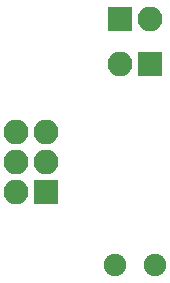
<source format=gbr>
G04 #@! TF.GenerationSoftware,KiCad,Pcbnew,(2017-06-21 revision 375ec9f)-master*
G04 #@! TF.CreationDate,2017-07-22T22:15:58-04:00*
G04 #@! TF.ProjectId,light_reactive_nodes,6C696768745F72656163746976655F6E,rev?*
G04 #@! TF.SameCoordinates,Original
G04 #@! TF.FileFunction,Soldermask,Bot*
G04 #@! TF.FilePolarity,Negative*
%FSLAX46Y46*%
G04 Gerber Fmt 4.6, Leading zero omitted, Abs format (unit mm)*
G04 Created by KiCad (PCBNEW (2017-06-21 revision 375ec9f)-master) date Sat Jul 22 22:15:58 2017*
%MOMM*%
%LPD*%
G01*
G04 APERTURE LIST*
%ADD10C,0.100000*%
%ADD11O,2.100000X2.100000*%
%ADD12R,2.100000X2.100000*%
%ADD13C,1.900000*%
G04 APERTURE END LIST*
D10*
D11*
X101660000Y-125920000D03*
X104200000Y-125920000D03*
X101660000Y-128460000D03*
X104200000Y-128460000D03*
X101660000Y-131000000D03*
D12*
X104200000Y-131000000D03*
X110400000Y-116400000D03*
D11*
X112940000Y-116400000D03*
D12*
X113000000Y-120200000D03*
D11*
X110460000Y-120200000D03*
D13*
X110000000Y-137200000D03*
X113400000Y-137200000D03*
M02*

</source>
